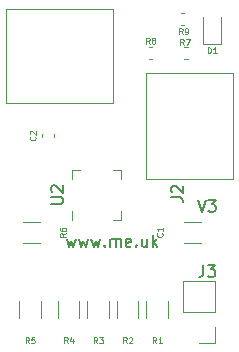
<source format=gbr>
%TF.GenerationSoftware,KiCad,Pcbnew,(5.1.9-0-10_14)*%
%TF.CreationDate,2021-05-20T08:11:58+01:00*%
%TF.ProjectId,Generic,47656e65-7269-4632-9e6b-696361645f70,3*%
%TF.SameCoordinates,Original*%
%TF.FileFunction,Legend,Top*%
%TF.FilePolarity,Positive*%
%FSLAX46Y46*%
G04 Gerber Fmt 4.6, Leading zero omitted, Abs format (unit mm)*
G04 Created by KiCad (PCBNEW (5.1.9-0-10_14)) date 2021-05-20 08:11:58*
%MOMM*%
%LPD*%
G01*
G04 APERTURE LIST*
%ADD10C,0.150000*%
%ADD11C,0.120000*%
%ADD12C,0.080000*%
%ADD13C,0.100000*%
G04 APERTURE END LIST*
D10*
X115492857Y-120735714D02*
X115683333Y-121402380D01*
X115873809Y-120926190D01*
X116064285Y-121402380D01*
X116254761Y-120735714D01*
X116540476Y-120735714D02*
X116730952Y-121402380D01*
X116921428Y-120926190D01*
X117111904Y-121402380D01*
X117302380Y-120735714D01*
X117588095Y-120735714D02*
X117778571Y-121402380D01*
X117969047Y-120926190D01*
X118159523Y-121402380D01*
X118350000Y-120735714D01*
X118730952Y-121307142D02*
X118778571Y-121354761D01*
X118730952Y-121402380D01*
X118683333Y-121354761D01*
X118730952Y-121307142D01*
X118730952Y-121402380D01*
X119207142Y-121402380D02*
X119207142Y-120735714D01*
X119207142Y-120830952D02*
X119254761Y-120783333D01*
X119350000Y-120735714D01*
X119492857Y-120735714D01*
X119588095Y-120783333D01*
X119635714Y-120878571D01*
X119635714Y-121402380D01*
X119635714Y-120878571D02*
X119683333Y-120783333D01*
X119778571Y-120735714D01*
X119921428Y-120735714D01*
X120016666Y-120783333D01*
X120064285Y-120878571D01*
X120064285Y-121402380D01*
X120921428Y-121354761D02*
X120826190Y-121402380D01*
X120635714Y-121402380D01*
X120540476Y-121354761D01*
X120492857Y-121259523D01*
X120492857Y-120878571D01*
X120540476Y-120783333D01*
X120635714Y-120735714D01*
X120826190Y-120735714D01*
X120921428Y-120783333D01*
X120969047Y-120878571D01*
X120969047Y-120973809D01*
X120492857Y-121069047D01*
X121397619Y-121307142D02*
X121445238Y-121354761D01*
X121397619Y-121402380D01*
X121350000Y-121354761D01*
X121397619Y-121307142D01*
X121397619Y-121402380D01*
X122302380Y-120735714D02*
X122302380Y-121402380D01*
X121873809Y-120735714D02*
X121873809Y-121259523D01*
X121921428Y-121354761D01*
X122016666Y-121402380D01*
X122159523Y-121402380D01*
X122254761Y-121354761D01*
X122302380Y-121307142D01*
X122778571Y-121402380D02*
X122778571Y-120402380D01*
X122873809Y-121021428D02*
X123159523Y-121402380D01*
X123159523Y-120735714D02*
X122778571Y-121116666D01*
X126590476Y-117452380D02*
X126923809Y-118452380D01*
X127257142Y-117452380D01*
X127495238Y-117452380D02*
X128114285Y-117452380D01*
X127780952Y-117833333D01*
X127923809Y-117833333D01*
X128019047Y-117880952D01*
X128066666Y-117928571D01*
X128114285Y-118023809D01*
X128114285Y-118261904D01*
X128066666Y-118357142D01*
X128019047Y-118404761D01*
X127923809Y-118452380D01*
X127638095Y-118452380D01*
X127542857Y-118404761D01*
X127495238Y-118357142D01*
D11*
%TO.C,D1*%
X127065000Y-102000000D02*
X127065000Y-104285000D01*
X127065000Y-104285000D02*
X128535000Y-104285000D01*
X128535000Y-104285000D02*
X128535000Y-102000000D01*
%TO.C,R9*%
X125440580Y-102610000D02*
X125159420Y-102610000D01*
X125440580Y-101590000D02*
X125159420Y-101590000D01*
%TO.C,R8*%
X122740580Y-105510000D02*
X122459420Y-105510000D01*
X122740580Y-104490000D02*
X122459420Y-104490000D01*
%TO.C,R7*%
X125459420Y-104490000D02*
X125740580Y-104490000D01*
X125459420Y-105510000D02*
X125740580Y-105510000D01*
%TO.C,R6*%
X111772936Y-119290000D02*
X113227064Y-119290000D01*
X111772936Y-121110000D02*
X113227064Y-121110000D01*
%TO.C,R5*%
X111490000Y-127477064D02*
X111490000Y-126022936D01*
X113310000Y-127477064D02*
X113310000Y-126022936D01*
%TO.C,R4*%
X114760000Y-127477064D02*
X114760000Y-126022936D01*
X116580000Y-127477064D02*
X116580000Y-126022936D01*
%TO.C,R3*%
X117260000Y-127477064D02*
X117260000Y-126022936D01*
X119080000Y-127477064D02*
X119080000Y-126022936D01*
%TO.C,R2*%
X119760000Y-127477064D02*
X119760000Y-126022936D01*
X121580000Y-127477064D02*
X121580000Y-126022936D01*
%TO.C,R1*%
X122260000Y-127477064D02*
X122260000Y-126022936D01*
X124080000Y-127477064D02*
X124080000Y-126022936D01*
%TO.C,C1*%
X126864564Y-121110000D02*
X125410436Y-121110000D01*
X126864564Y-119290000D02*
X125410436Y-119290000D01*
%TO.C,C2*%
X113390000Y-112146267D02*
X113390000Y-111853733D01*
X114410000Y-112146267D02*
X114410000Y-111853733D01*
%TO.C,Reg1*%
X119400000Y-109250000D02*
X110400000Y-109250000D01*
X119400000Y-101250000D02*
X119400000Y-109250000D01*
X110400000Y-101250000D02*
X119400000Y-101250000D01*
X110400000Y-109250000D02*
X110400000Y-101250000D01*
%TO.C,U2*%
X115915000Y-118410000D02*
X115915000Y-119135000D01*
X120135000Y-114915000D02*
X119410000Y-114915000D01*
X120135000Y-115640000D02*
X120135000Y-114915000D01*
X120135000Y-119135000D02*
X119410000Y-119135000D01*
X120135000Y-118410000D02*
X120135000Y-119135000D01*
X115915000Y-114915000D02*
X116640000Y-114915000D01*
X115915000Y-115640000D02*
X115915000Y-114915000D01*
%TO.C,J3*%
X128030000Y-124330000D02*
X125370000Y-124330000D01*
X128030000Y-126930000D02*
X128030000Y-124330000D01*
X125370000Y-126930000D02*
X125370000Y-124330000D01*
X128030000Y-126930000D02*
X125370000Y-126930000D01*
X128030000Y-128200000D02*
X128030000Y-129530000D01*
X128030000Y-129530000D02*
X126700000Y-129530000D01*
%TO.C,J2*%
X129590000Y-115670000D02*
X129590000Y-106730000D01*
X122240000Y-106730000D02*
X129590000Y-106730000D01*
X122240000Y-115670000D02*
X122240000Y-106730000D01*
X129590000Y-115670000D02*
X122240000Y-115670000D01*
%TO.C,D1*%
D12*
X127430952Y-105026190D02*
X127430952Y-104526190D01*
X127550000Y-104526190D01*
X127621428Y-104550000D01*
X127669047Y-104597619D01*
X127692857Y-104645238D01*
X127716666Y-104740476D01*
X127716666Y-104811904D01*
X127692857Y-104907142D01*
X127669047Y-104954761D01*
X127621428Y-105002380D01*
X127550000Y-105026190D01*
X127430952Y-105026190D01*
X128192857Y-105026190D02*
X127907142Y-105026190D01*
X128050000Y-105026190D02*
X128050000Y-104526190D01*
X128002380Y-104597619D01*
X127954761Y-104645238D01*
X127907142Y-104669047D01*
%TO.C,R9*%
X125316666Y-103426190D02*
X125150000Y-103188095D01*
X125030952Y-103426190D02*
X125030952Y-102926190D01*
X125221428Y-102926190D01*
X125269047Y-102950000D01*
X125292857Y-102973809D01*
X125316666Y-103021428D01*
X125316666Y-103092857D01*
X125292857Y-103140476D01*
X125269047Y-103164285D01*
X125221428Y-103188095D01*
X125030952Y-103188095D01*
X125554761Y-103426190D02*
X125650000Y-103426190D01*
X125697619Y-103402380D01*
X125721428Y-103378571D01*
X125769047Y-103307142D01*
X125792857Y-103211904D01*
X125792857Y-103021428D01*
X125769047Y-102973809D01*
X125745238Y-102950000D01*
X125697619Y-102926190D01*
X125602380Y-102926190D01*
X125554761Y-102950000D01*
X125530952Y-102973809D01*
X125507142Y-103021428D01*
X125507142Y-103140476D01*
X125530952Y-103188095D01*
X125554761Y-103211904D01*
X125602380Y-103235714D01*
X125697619Y-103235714D01*
X125745238Y-103211904D01*
X125769047Y-103188095D01*
X125792857Y-103140476D01*
%TO.C,R8*%
X122516666Y-104226190D02*
X122350000Y-103988095D01*
X122230952Y-104226190D02*
X122230952Y-103726190D01*
X122421428Y-103726190D01*
X122469047Y-103750000D01*
X122492857Y-103773809D01*
X122516666Y-103821428D01*
X122516666Y-103892857D01*
X122492857Y-103940476D01*
X122469047Y-103964285D01*
X122421428Y-103988095D01*
X122230952Y-103988095D01*
X122802380Y-103940476D02*
X122754761Y-103916666D01*
X122730952Y-103892857D01*
X122707142Y-103845238D01*
X122707142Y-103821428D01*
X122730952Y-103773809D01*
X122754761Y-103750000D01*
X122802380Y-103726190D01*
X122897619Y-103726190D01*
X122945238Y-103750000D01*
X122969047Y-103773809D01*
X122992857Y-103821428D01*
X122992857Y-103845238D01*
X122969047Y-103892857D01*
X122945238Y-103916666D01*
X122897619Y-103940476D01*
X122802380Y-103940476D01*
X122754761Y-103964285D01*
X122730952Y-103988095D01*
X122707142Y-104035714D01*
X122707142Y-104130952D01*
X122730952Y-104178571D01*
X122754761Y-104202380D01*
X122802380Y-104226190D01*
X122897619Y-104226190D01*
X122945238Y-104202380D01*
X122969047Y-104178571D01*
X122992857Y-104130952D01*
X122992857Y-104035714D01*
X122969047Y-103988095D01*
X122945238Y-103964285D01*
X122897619Y-103940476D01*
%TO.C,R7*%
X125416666Y-104326190D02*
X125250000Y-104088095D01*
X125130952Y-104326190D02*
X125130952Y-103826190D01*
X125321428Y-103826190D01*
X125369047Y-103850000D01*
X125392857Y-103873809D01*
X125416666Y-103921428D01*
X125416666Y-103992857D01*
X125392857Y-104040476D01*
X125369047Y-104064285D01*
X125321428Y-104088095D01*
X125130952Y-104088095D01*
X125583333Y-103826190D02*
X125916666Y-103826190D01*
X125702380Y-104326190D01*
%TO.C,R6*%
X115426190Y-120283333D02*
X115188095Y-120450000D01*
X115426190Y-120569047D02*
X114926190Y-120569047D01*
X114926190Y-120378571D01*
X114950000Y-120330952D01*
X114973809Y-120307142D01*
X115021428Y-120283333D01*
X115092857Y-120283333D01*
X115140476Y-120307142D01*
X115164285Y-120330952D01*
X115188095Y-120378571D01*
X115188095Y-120569047D01*
X114926190Y-119854761D02*
X114926190Y-119950000D01*
X114950000Y-119997619D01*
X114973809Y-120021428D01*
X115045238Y-120069047D01*
X115140476Y-120092857D01*
X115330952Y-120092857D01*
X115378571Y-120069047D01*
X115402380Y-120045238D01*
X115426190Y-119997619D01*
X115426190Y-119902380D01*
X115402380Y-119854761D01*
X115378571Y-119830952D01*
X115330952Y-119807142D01*
X115211904Y-119807142D01*
X115164285Y-119830952D01*
X115140476Y-119854761D01*
X115116666Y-119902380D01*
X115116666Y-119997619D01*
X115140476Y-120045238D01*
X115164285Y-120069047D01*
X115211904Y-120092857D01*
%TO.C,R5*%
X112316666Y-129576190D02*
X112150000Y-129338095D01*
X112030952Y-129576190D02*
X112030952Y-129076190D01*
X112221428Y-129076190D01*
X112269047Y-129100000D01*
X112292857Y-129123809D01*
X112316666Y-129171428D01*
X112316666Y-129242857D01*
X112292857Y-129290476D01*
X112269047Y-129314285D01*
X112221428Y-129338095D01*
X112030952Y-129338095D01*
X112769047Y-129076190D02*
X112530952Y-129076190D01*
X112507142Y-129314285D01*
X112530952Y-129290476D01*
X112578571Y-129266666D01*
X112697619Y-129266666D01*
X112745238Y-129290476D01*
X112769047Y-129314285D01*
X112792857Y-129361904D01*
X112792857Y-129480952D01*
X112769047Y-129528571D01*
X112745238Y-129552380D01*
X112697619Y-129576190D01*
X112578571Y-129576190D01*
X112530952Y-129552380D01*
X112507142Y-129528571D01*
%TO.C,R4*%
X115586666Y-129576190D02*
X115420000Y-129338095D01*
X115300952Y-129576190D02*
X115300952Y-129076190D01*
X115491428Y-129076190D01*
X115539047Y-129100000D01*
X115562857Y-129123809D01*
X115586666Y-129171428D01*
X115586666Y-129242857D01*
X115562857Y-129290476D01*
X115539047Y-129314285D01*
X115491428Y-129338095D01*
X115300952Y-129338095D01*
X116015238Y-129242857D02*
X116015238Y-129576190D01*
X115896190Y-129052380D02*
X115777142Y-129409523D01*
X116086666Y-129409523D01*
%TO.C,R3*%
X118086666Y-129576190D02*
X117920000Y-129338095D01*
X117800952Y-129576190D02*
X117800952Y-129076190D01*
X117991428Y-129076190D01*
X118039047Y-129100000D01*
X118062857Y-129123809D01*
X118086666Y-129171428D01*
X118086666Y-129242857D01*
X118062857Y-129290476D01*
X118039047Y-129314285D01*
X117991428Y-129338095D01*
X117800952Y-129338095D01*
X118253333Y-129076190D02*
X118562857Y-129076190D01*
X118396190Y-129266666D01*
X118467619Y-129266666D01*
X118515238Y-129290476D01*
X118539047Y-129314285D01*
X118562857Y-129361904D01*
X118562857Y-129480952D01*
X118539047Y-129528571D01*
X118515238Y-129552380D01*
X118467619Y-129576190D01*
X118324761Y-129576190D01*
X118277142Y-129552380D01*
X118253333Y-129528571D01*
%TO.C,R2*%
X120586666Y-129576190D02*
X120420000Y-129338095D01*
X120300952Y-129576190D02*
X120300952Y-129076190D01*
X120491428Y-129076190D01*
X120539047Y-129100000D01*
X120562857Y-129123809D01*
X120586666Y-129171428D01*
X120586666Y-129242857D01*
X120562857Y-129290476D01*
X120539047Y-129314285D01*
X120491428Y-129338095D01*
X120300952Y-129338095D01*
X120777142Y-129123809D02*
X120800952Y-129100000D01*
X120848571Y-129076190D01*
X120967619Y-129076190D01*
X121015238Y-129100000D01*
X121039047Y-129123809D01*
X121062857Y-129171428D01*
X121062857Y-129219047D01*
X121039047Y-129290476D01*
X120753333Y-129576190D01*
X121062857Y-129576190D01*
%TO.C,R1*%
X123086666Y-129576190D02*
X122920000Y-129338095D01*
X122800952Y-129576190D02*
X122800952Y-129076190D01*
X122991428Y-129076190D01*
X123039047Y-129100000D01*
X123062857Y-129123809D01*
X123086666Y-129171428D01*
X123086666Y-129242857D01*
X123062857Y-129290476D01*
X123039047Y-129314285D01*
X122991428Y-129338095D01*
X122800952Y-129338095D01*
X123562857Y-129576190D02*
X123277142Y-129576190D01*
X123420000Y-129576190D02*
X123420000Y-129076190D01*
X123372380Y-129147619D01*
X123324761Y-129195238D01*
X123277142Y-129219047D01*
%TO.C,C1*%
X123578571Y-120283333D02*
X123602380Y-120307142D01*
X123626190Y-120378571D01*
X123626190Y-120426190D01*
X123602380Y-120497619D01*
X123554761Y-120545238D01*
X123507142Y-120569047D01*
X123411904Y-120592857D01*
X123340476Y-120592857D01*
X123245238Y-120569047D01*
X123197619Y-120545238D01*
X123150000Y-120497619D01*
X123126190Y-120426190D01*
X123126190Y-120378571D01*
X123150000Y-120307142D01*
X123173809Y-120283333D01*
X123626190Y-119807142D02*
X123626190Y-120092857D01*
X123626190Y-119950000D02*
X123126190Y-119950000D01*
X123197619Y-119997619D01*
X123245238Y-120045238D01*
X123269047Y-120092857D01*
%TO.C,C2*%
D13*
X112828571Y-112083333D02*
X112852380Y-112107142D01*
X112876190Y-112178571D01*
X112876190Y-112226190D01*
X112852380Y-112297619D01*
X112804761Y-112345238D01*
X112757142Y-112369047D01*
X112661904Y-112392857D01*
X112590476Y-112392857D01*
X112495238Y-112369047D01*
X112447619Y-112345238D01*
X112400000Y-112297619D01*
X112376190Y-112226190D01*
X112376190Y-112178571D01*
X112400000Y-112107142D01*
X112423809Y-112083333D01*
X112423809Y-111892857D02*
X112400000Y-111869047D01*
X112376190Y-111821428D01*
X112376190Y-111702380D01*
X112400000Y-111654761D01*
X112423809Y-111630952D01*
X112471428Y-111607142D01*
X112519047Y-111607142D01*
X112590476Y-111630952D01*
X112876190Y-111916666D01*
X112876190Y-111607142D01*
%TO.C,U2*%
D10*
X114177380Y-117786904D02*
X114986904Y-117786904D01*
X115082142Y-117739285D01*
X115129761Y-117691666D01*
X115177380Y-117596428D01*
X115177380Y-117405952D01*
X115129761Y-117310714D01*
X115082142Y-117263095D01*
X114986904Y-117215476D01*
X114177380Y-117215476D01*
X114272619Y-116786904D02*
X114225000Y-116739285D01*
X114177380Y-116644047D01*
X114177380Y-116405952D01*
X114225000Y-116310714D01*
X114272619Y-116263095D01*
X114367857Y-116215476D01*
X114463095Y-116215476D01*
X114605952Y-116263095D01*
X115177380Y-116834523D01*
X115177380Y-116215476D01*
%TO.C,J3*%
X127066666Y-122952380D02*
X127066666Y-123666666D01*
X127019047Y-123809523D01*
X126923809Y-123904761D01*
X126780952Y-123952380D01*
X126685714Y-123952380D01*
X127447619Y-122952380D02*
X128066666Y-122952380D01*
X127733333Y-123333333D01*
X127876190Y-123333333D01*
X127971428Y-123380952D01*
X128019047Y-123428571D01*
X128066666Y-123523809D01*
X128066666Y-123761904D01*
X128019047Y-123857142D01*
X127971428Y-123904761D01*
X127876190Y-123952380D01*
X127590476Y-123952380D01*
X127495238Y-123904761D01*
X127447619Y-123857142D01*
%TO.C,J2*%
X124352380Y-117233333D02*
X125066666Y-117233333D01*
X125209523Y-117280952D01*
X125304761Y-117376190D01*
X125352380Y-117519047D01*
X125352380Y-117614285D01*
X124447619Y-116804761D02*
X124400000Y-116757142D01*
X124352380Y-116661904D01*
X124352380Y-116423809D01*
X124400000Y-116328571D01*
X124447619Y-116280952D01*
X124542857Y-116233333D01*
X124638095Y-116233333D01*
X124780952Y-116280952D01*
X125352380Y-116852380D01*
X125352380Y-116233333D01*
%TD*%
M02*

</source>
